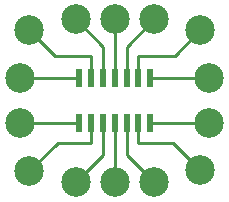
<source format=gbr>
G04 #@! TF.FileFunction,Copper,L1,Top,Signal*
%FSLAX46Y46*%
G04 Gerber Fmt 4.6, Leading zero omitted, Abs format (unit mm)*
G04 Created by KiCad (PCBNEW 4.0.2-stable) date Monday, May 22, 2017 'PMt' 12:42:44 PM*
%MOMM*%
G01*
G04 APERTURE LIST*
%ADD10C,0.100000*%
%ADD11C,2.500000*%
%ADD12R,0.500000X1.500000*%
%ADD13C,0.250000*%
G04 APERTURE END LIST*
D10*
D11*
X141860000Y-104775000D03*
X146558000Y-99780000D03*
X153162000Y-99780000D03*
X157860000Y-104775000D03*
X157099000Y-112522000D03*
X149860000Y-113580000D03*
X142621000Y-112649000D03*
D12*
X152860000Y-108580000D03*
X151860000Y-108580000D03*
X150860000Y-108580000D03*
X149860000Y-108580000D03*
X148860000Y-108580000D03*
X147860000Y-108580000D03*
X146860000Y-108580000D03*
X152860000Y-104780000D03*
X151860000Y-104780000D03*
X150860000Y-104780000D03*
X149860000Y-104780000D03*
X148860000Y-104780000D03*
X147860000Y-104780000D03*
X146860000Y-104780000D03*
D11*
X142621000Y-100711000D03*
X149860000Y-99780000D03*
X157099000Y-100711000D03*
X157860000Y-108585000D03*
X153162000Y-113580000D03*
X146558000Y-113580000D03*
X141860000Y-108585000D03*
D13*
X146860000Y-104780000D02*
X141865000Y-104780000D01*
X141865000Y-104780000D02*
X141860000Y-104775000D01*
X148860000Y-104780000D02*
X148860000Y-102082000D01*
X148860000Y-102082000D02*
X146558000Y-99780000D01*
X150860000Y-104780000D02*
X150860000Y-102082000D01*
X150860000Y-102082000D02*
X153162000Y-99780000D01*
X152860000Y-104780000D02*
X157855000Y-104780000D01*
X157855000Y-104780000D02*
X157860000Y-104775000D01*
X151860000Y-108580000D02*
X151860000Y-110204000D01*
X154813000Y-110236000D02*
X157099000Y-112522000D01*
X151892000Y-110236000D02*
X154813000Y-110236000D01*
X151860000Y-110204000D02*
X151892000Y-110236000D01*
X149860000Y-108580000D02*
X149860000Y-113580000D01*
X147860000Y-108580000D02*
X147860000Y-110268000D01*
X145034000Y-110236000D02*
X142621000Y-112649000D01*
X147828000Y-110236000D02*
X145034000Y-110236000D01*
X147860000Y-110268000D02*
X147828000Y-110236000D01*
X152860000Y-108580000D02*
X157855000Y-108580000D01*
X157855000Y-108580000D02*
X157860000Y-108585000D01*
X150860000Y-108580000D02*
X150860000Y-111278000D01*
X150860000Y-111278000D02*
X153162000Y-113580000D01*
X148860000Y-108580000D02*
X148860000Y-111278000D01*
X148860000Y-111278000D02*
X146558000Y-113580000D01*
X146860000Y-108580000D02*
X141865000Y-108580000D01*
X141865000Y-108580000D02*
X141860000Y-108585000D01*
X151860000Y-104780000D02*
X151860000Y-102902000D01*
X154940000Y-102870000D02*
X157099000Y-100711000D01*
X151892000Y-102870000D02*
X154940000Y-102870000D01*
X151860000Y-102902000D02*
X151892000Y-102870000D01*
X149860000Y-104780000D02*
X149860000Y-99780000D01*
X147860000Y-104780000D02*
X147860000Y-102902000D01*
X144780000Y-102870000D02*
X142621000Y-100711000D01*
X147828000Y-102870000D02*
X144780000Y-102870000D01*
X147860000Y-102902000D02*
X147828000Y-102870000D01*
M02*

</source>
